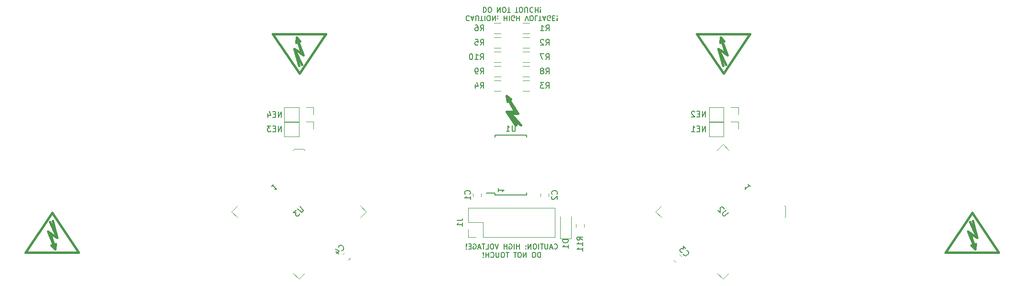
<source format=gbr>
G04 #@! TF.GenerationSoftware,KiCad,Pcbnew,(5.1.0-0)*
G04 #@! TF.CreationDate,2019-05-22T01:12:31-05:00*
G04 #@! TF.ProjectId,IN-18,494e2d31-382e-46b6-9963-61645f706362,rev?*
G04 #@! TF.SameCoordinates,Original*
G04 #@! TF.FileFunction,Legend,Bot*
G04 #@! TF.FilePolarity,Positive*
%FSLAX46Y46*%
G04 Gerber Fmt 4.6, Leading zero omitted, Abs format (unit mm)*
G04 Created by KiCad (PCBNEW (5.1.0-0)) date 2019-05-22 01:12:31*
%MOMM*%
%LPD*%
G04 APERTURE LIST*
%ADD10C,0.152400*%
%ADD11C,0.150000*%
%ADD12C,0.120000*%
%ADD13C,0.381000*%
G04 APERTURE END LIST*
D10*
X141228233Y-79140050D02*
X141185900Y-79097716D01*
X141058900Y-79055383D01*
X140974233Y-79055383D01*
X140847233Y-79097716D01*
X140762566Y-79182383D01*
X140720233Y-79267050D01*
X140677900Y-79436383D01*
X140677900Y-79563383D01*
X140720233Y-79732716D01*
X140762566Y-79817383D01*
X140847233Y-79902050D01*
X140974233Y-79944383D01*
X141058900Y-79944383D01*
X141185900Y-79902050D01*
X141228233Y-79859716D01*
X141566900Y-79309383D02*
X141990233Y-79309383D01*
X141482233Y-79055383D02*
X141778566Y-79944383D01*
X142074900Y-79055383D01*
X142371233Y-79944383D02*
X142371233Y-79224716D01*
X142413566Y-79140050D01*
X142455900Y-79097716D01*
X142540566Y-79055383D01*
X142709900Y-79055383D01*
X142794566Y-79097716D01*
X142836900Y-79140050D01*
X142879233Y-79224716D01*
X142879233Y-79944383D01*
X143175566Y-79944383D02*
X143683566Y-79944383D01*
X143429566Y-79055383D02*
X143429566Y-79944383D01*
X143979900Y-79055383D02*
X143979900Y-79944383D01*
X144572566Y-79944383D02*
X144741900Y-79944383D01*
X144826566Y-79902050D01*
X144911233Y-79817383D01*
X144953566Y-79648050D01*
X144953566Y-79351716D01*
X144911233Y-79182383D01*
X144826566Y-79097716D01*
X144741900Y-79055383D01*
X144572566Y-79055383D01*
X144487900Y-79097716D01*
X144403233Y-79182383D01*
X144360900Y-79351716D01*
X144360900Y-79648050D01*
X144403233Y-79817383D01*
X144487900Y-79902050D01*
X144572566Y-79944383D01*
X145334566Y-79055383D02*
X145334566Y-79944383D01*
X145842566Y-79055383D01*
X145842566Y-79944383D01*
X146265900Y-79140050D02*
X146308233Y-79097716D01*
X146265900Y-79055383D01*
X146223566Y-79097716D01*
X146265900Y-79140050D01*
X146265900Y-79055383D01*
X146265900Y-79605716D02*
X146308233Y-79563383D01*
X146265900Y-79521050D01*
X146223566Y-79563383D01*
X146265900Y-79605716D01*
X146265900Y-79521050D01*
X147366566Y-79055383D02*
X147366566Y-79944383D01*
X147366566Y-79521050D02*
X147874566Y-79521050D01*
X147874566Y-79055383D02*
X147874566Y-79944383D01*
X148297900Y-79055383D02*
X148297900Y-79944383D01*
X149186900Y-79902050D02*
X149102233Y-79944383D01*
X148975233Y-79944383D01*
X148848233Y-79902050D01*
X148763566Y-79817383D01*
X148721233Y-79732716D01*
X148678900Y-79563383D01*
X148678900Y-79436383D01*
X148721233Y-79267050D01*
X148763566Y-79182383D01*
X148848233Y-79097716D01*
X148975233Y-79055383D01*
X149059900Y-79055383D01*
X149186900Y-79097716D01*
X149229233Y-79140050D01*
X149229233Y-79436383D01*
X149059900Y-79436383D01*
X149610233Y-79055383D02*
X149610233Y-79944383D01*
X149610233Y-79521050D02*
X150118233Y-79521050D01*
X150118233Y-79055383D02*
X150118233Y-79944383D01*
X151091900Y-79944383D02*
X151388233Y-79055383D01*
X151684566Y-79944383D01*
X152150233Y-79944383D02*
X152319566Y-79944383D01*
X152404233Y-79902050D01*
X152488900Y-79817383D01*
X152531233Y-79648050D01*
X152531233Y-79351716D01*
X152488900Y-79182383D01*
X152404233Y-79097716D01*
X152319566Y-79055383D01*
X152150233Y-79055383D01*
X152065566Y-79097716D01*
X151980900Y-79182383D01*
X151938566Y-79351716D01*
X151938566Y-79648050D01*
X151980900Y-79817383D01*
X152065566Y-79902050D01*
X152150233Y-79944383D01*
X153335566Y-79055383D02*
X152912233Y-79055383D01*
X152912233Y-79944383D01*
X153504900Y-79944383D02*
X154012900Y-79944383D01*
X153758900Y-79055383D02*
X153758900Y-79944383D01*
X154266900Y-79309383D02*
X154690233Y-79309383D01*
X154182233Y-79055383D02*
X154478566Y-79944383D01*
X154774900Y-79055383D01*
X155536900Y-79902050D02*
X155452233Y-79944383D01*
X155325233Y-79944383D01*
X155198233Y-79902050D01*
X155113566Y-79817383D01*
X155071233Y-79732716D01*
X155028900Y-79563383D01*
X155028900Y-79436383D01*
X155071233Y-79267050D01*
X155113566Y-79182383D01*
X155198233Y-79097716D01*
X155325233Y-79055383D01*
X155409900Y-79055383D01*
X155536900Y-79097716D01*
X155579233Y-79140050D01*
X155579233Y-79436383D01*
X155409900Y-79436383D01*
X155960233Y-79521050D02*
X156256566Y-79521050D01*
X156383566Y-79055383D02*
X155960233Y-79055383D01*
X155960233Y-79944383D01*
X156383566Y-79944383D01*
X156764566Y-79140050D02*
X156806900Y-79097716D01*
X156764566Y-79055383D01*
X156722233Y-79097716D01*
X156764566Y-79140050D01*
X156764566Y-79055383D01*
X156764566Y-79394050D02*
X156722233Y-79902050D01*
X156764566Y-79944383D01*
X156806900Y-79902050D01*
X156764566Y-79394050D01*
X156764566Y-79944383D01*
X143704733Y-77569483D02*
X143704733Y-78458483D01*
X143916400Y-78458483D01*
X144043400Y-78416150D01*
X144128066Y-78331483D01*
X144170400Y-78246816D01*
X144212733Y-78077483D01*
X144212733Y-77950483D01*
X144170400Y-77781150D01*
X144128066Y-77696483D01*
X144043400Y-77611816D01*
X143916400Y-77569483D01*
X143704733Y-77569483D01*
X144763066Y-78458483D02*
X144932400Y-78458483D01*
X145017066Y-78416150D01*
X145101733Y-78331483D01*
X145144066Y-78162150D01*
X145144066Y-77865816D01*
X145101733Y-77696483D01*
X145017066Y-77611816D01*
X144932400Y-77569483D01*
X144763066Y-77569483D01*
X144678400Y-77611816D01*
X144593733Y-77696483D01*
X144551400Y-77865816D01*
X144551400Y-78162150D01*
X144593733Y-78331483D01*
X144678400Y-78416150D01*
X144763066Y-78458483D01*
X146202400Y-77569483D02*
X146202400Y-78458483D01*
X146710400Y-77569483D01*
X146710400Y-78458483D01*
X147303066Y-78458483D02*
X147472400Y-78458483D01*
X147557066Y-78416150D01*
X147641733Y-78331483D01*
X147684066Y-78162150D01*
X147684066Y-77865816D01*
X147641733Y-77696483D01*
X147557066Y-77611816D01*
X147472400Y-77569483D01*
X147303066Y-77569483D01*
X147218400Y-77611816D01*
X147133733Y-77696483D01*
X147091400Y-77865816D01*
X147091400Y-78162150D01*
X147133733Y-78331483D01*
X147218400Y-78416150D01*
X147303066Y-78458483D01*
X147938066Y-78458483D02*
X148446066Y-78458483D01*
X148192066Y-77569483D02*
X148192066Y-78458483D01*
X149292733Y-78458483D02*
X149800733Y-78458483D01*
X149546733Y-77569483D02*
X149546733Y-78458483D01*
X150266400Y-78458483D02*
X150435733Y-78458483D01*
X150520400Y-78416150D01*
X150605066Y-78331483D01*
X150647400Y-78162150D01*
X150647400Y-77865816D01*
X150605066Y-77696483D01*
X150520400Y-77611816D01*
X150435733Y-77569483D01*
X150266400Y-77569483D01*
X150181733Y-77611816D01*
X150097066Y-77696483D01*
X150054733Y-77865816D01*
X150054733Y-78162150D01*
X150097066Y-78331483D01*
X150181733Y-78416150D01*
X150266400Y-78458483D01*
X151028400Y-78458483D02*
X151028400Y-77738816D01*
X151070733Y-77654150D01*
X151113066Y-77611816D01*
X151197733Y-77569483D01*
X151367066Y-77569483D01*
X151451733Y-77611816D01*
X151494066Y-77654150D01*
X151536400Y-77738816D01*
X151536400Y-78458483D01*
X152467733Y-77654150D02*
X152425400Y-77611816D01*
X152298400Y-77569483D01*
X152213733Y-77569483D01*
X152086733Y-77611816D01*
X152002066Y-77696483D01*
X151959733Y-77781150D01*
X151917400Y-77950483D01*
X151917400Y-78077483D01*
X151959733Y-78246816D01*
X152002066Y-78331483D01*
X152086733Y-78416150D01*
X152213733Y-78458483D01*
X152298400Y-78458483D01*
X152425400Y-78416150D01*
X152467733Y-78373816D01*
X152848733Y-77569483D02*
X152848733Y-78458483D01*
X152848733Y-78035150D02*
X153356733Y-78035150D01*
X153356733Y-77569483D02*
X153356733Y-78458483D01*
X153780066Y-77654150D02*
X153822400Y-77611816D01*
X153780066Y-77569483D01*
X153737733Y-77611816D01*
X153780066Y-77654150D01*
X153780066Y-77569483D01*
X153780066Y-77908150D02*
X153737733Y-78416150D01*
X153780066Y-78458483D01*
X153822400Y-78416150D01*
X153780066Y-77908150D01*
X153780066Y-78458483D01*
X156256566Y-120199150D02*
X156298900Y-120241483D01*
X156425900Y-120283816D01*
X156510566Y-120283816D01*
X156637566Y-120241483D01*
X156722233Y-120156816D01*
X156764566Y-120072150D01*
X156806900Y-119902816D01*
X156806900Y-119775816D01*
X156764566Y-119606483D01*
X156722233Y-119521816D01*
X156637566Y-119437150D01*
X156510566Y-119394816D01*
X156425900Y-119394816D01*
X156298900Y-119437150D01*
X156256566Y-119479483D01*
X155917900Y-120029816D02*
X155494566Y-120029816D01*
X156002566Y-120283816D02*
X155706233Y-119394816D01*
X155409900Y-120283816D01*
X155113566Y-119394816D02*
X155113566Y-120114483D01*
X155071233Y-120199150D01*
X155028900Y-120241483D01*
X154944233Y-120283816D01*
X154774900Y-120283816D01*
X154690233Y-120241483D01*
X154647900Y-120199150D01*
X154605566Y-120114483D01*
X154605566Y-119394816D01*
X154309233Y-119394816D02*
X153801233Y-119394816D01*
X154055233Y-120283816D02*
X154055233Y-119394816D01*
X153504900Y-120283816D02*
X153504900Y-119394816D01*
X152912233Y-119394816D02*
X152742900Y-119394816D01*
X152658233Y-119437150D01*
X152573566Y-119521816D01*
X152531233Y-119691150D01*
X152531233Y-119987483D01*
X152573566Y-120156816D01*
X152658233Y-120241483D01*
X152742900Y-120283816D01*
X152912233Y-120283816D01*
X152996900Y-120241483D01*
X153081566Y-120156816D01*
X153123900Y-119987483D01*
X153123900Y-119691150D01*
X153081566Y-119521816D01*
X152996900Y-119437150D01*
X152912233Y-119394816D01*
X152150233Y-120283816D02*
X152150233Y-119394816D01*
X151642233Y-120283816D01*
X151642233Y-119394816D01*
X151218900Y-120199150D02*
X151176566Y-120241483D01*
X151218900Y-120283816D01*
X151261233Y-120241483D01*
X151218900Y-120199150D01*
X151218900Y-120283816D01*
X151218900Y-119733483D02*
X151176566Y-119775816D01*
X151218900Y-119818150D01*
X151261233Y-119775816D01*
X151218900Y-119733483D01*
X151218900Y-119818150D01*
X150118233Y-120283816D02*
X150118233Y-119394816D01*
X150118233Y-119818150D02*
X149610233Y-119818150D01*
X149610233Y-120283816D02*
X149610233Y-119394816D01*
X149186899Y-120283816D02*
X149186899Y-119394816D01*
X148297899Y-119437150D02*
X148382566Y-119394816D01*
X148509566Y-119394816D01*
X148636566Y-119437150D01*
X148721233Y-119521816D01*
X148763566Y-119606483D01*
X148805899Y-119775816D01*
X148805899Y-119902816D01*
X148763566Y-120072150D01*
X148721233Y-120156816D01*
X148636566Y-120241483D01*
X148509566Y-120283816D01*
X148424899Y-120283816D01*
X148297899Y-120241483D01*
X148255566Y-120199150D01*
X148255566Y-119902816D01*
X148424899Y-119902816D01*
X147874566Y-120283816D02*
X147874566Y-119394816D01*
X147874566Y-119818150D02*
X147366566Y-119818150D01*
X147366566Y-120283816D02*
X147366566Y-119394816D01*
X146392899Y-119394816D02*
X146096566Y-120283816D01*
X145800233Y-119394816D01*
X145334566Y-119394816D02*
X145165233Y-119394816D01*
X145080566Y-119437150D01*
X144995899Y-119521816D01*
X144953566Y-119691150D01*
X144953566Y-119987483D01*
X144995899Y-120156816D01*
X145080566Y-120241483D01*
X145165233Y-120283816D01*
X145334566Y-120283816D01*
X145419233Y-120241483D01*
X145503899Y-120156816D01*
X145546233Y-119987483D01*
X145546233Y-119691150D01*
X145503899Y-119521816D01*
X145419233Y-119437150D01*
X145334566Y-119394816D01*
X144149233Y-120283816D02*
X144572566Y-120283816D01*
X144572566Y-119394816D01*
X143979899Y-119394816D02*
X143471899Y-119394816D01*
X143725899Y-120283816D02*
X143725899Y-119394816D01*
X143217899Y-120029816D02*
X142794566Y-120029816D01*
X143302566Y-120283816D02*
X143006233Y-119394816D01*
X142709899Y-120283816D01*
X141947899Y-119437150D02*
X142032566Y-119394816D01*
X142159566Y-119394816D01*
X142286566Y-119437150D01*
X142371233Y-119521816D01*
X142413566Y-119606483D01*
X142455899Y-119775816D01*
X142455899Y-119902816D01*
X142413566Y-120072150D01*
X142371233Y-120156816D01*
X142286566Y-120241483D01*
X142159566Y-120283816D01*
X142074899Y-120283816D01*
X141947899Y-120241483D01*
X141905566Y-120199150D01*
X141905566Y-119902816D01*
X142074899Y-119902816D01*
X141524566Y-119818150D02*
X141228233Y-119818150D01*
X141101233Y-120283816D02*
X141524566Y-120283816D01*
X141524566Y-119394816D01*
X141101233Y-119394816D01*
X140720233Y-120199150D02*
X140677899Y-120241483D01*
X140720233Y-120283816D01*
X140762566Y-120241483D01*
X140720233Y-120199150D01*
X140720233Y-120283816D01*
X140720233Y-119945150D02*
X140762566Y-119437150D01*
X140720233Y-119394816D01*
X140677899Y-119437150D01*
X140720233Y-119945150D01*
X140720233Y-119394816D01*
X153780066Y-121769716D02*
X153780066Y-120880716D01*
X153568400Y-120880716D01*
X153441400Y-120923050D01*
X153356733Y-121007716D01*
X153314400Y-121092383D01*
X153272066Y-121261716D01*
X153272066Y-121388716D01*
X153314400Y-121558050D01*
X153356733Y-121642716D01*
X153441400Y-121727383D01*
X153568400Y-121769716D01*
X153780066Y-121769716D01*
X152721733Y-120880716D02*
X152552400Y-120880716D01*
X152467733Y-120923050D01*
X152383066Y-121007716D01*
X152340733Y-121177050D01*
X152340733Y-121473383D01*
X152383066Y-121642716D01*
X152467733Y-121727383D01*
X152552400Y-121769716D01*
X152721733Y-121769716D01*
X152806400Y-121727383D01*
X152891066Y-121642716D01*
X152933400Y-121473383D01*
X152933400Y-121177050D01*
X152891066Y-121007716D01*
X152806400Y-120923050D01*
X152721733Y-120880716D01*
X151282400Y-121769716D02*
X151282400Y-120880716D01*
X150774400Y-121769716D01*
X150774400Y-120880716D01*
X150181733Y-120880716D02*
X150012400Y-120880716D01*
X149927733Y-120923050D01*
X149843066Y-121007716D01*
X149800733Y-121177050D01*
X149800733Y-121473383D01*
X149843066Y-121642716D01*
X149927733Y-121727383D01*
X150012400Y-121769716D01*
X150181733Y-121769716D01*
X150266400Y-121727383D01*
X150351066Y-121642716D01*
X150393400Y-121473383D01*
X150393400Y-121177050D01*
X150351066Y-121007716D01*
X150266400Y-120923050D01*
X150181733Y-120880716D01*
X149546733Y-120880716D02*
X149038733Y-120880716D01*
X149292733Y-121769716D02*
X149292733Y-120880716D01*
X148192066Y-120880716D02*
X147684066Y-120880716D01*
X147938066Y-121769716D02*
X147938066Y-120880716D01*
X147218400Y-120880716D02*
X147049066Y-120880716D01*
X146964400Y-120923050D01*
X146879733Y-121007716D01*
X146837400Y-121177050D01*
X146837400Y-121473383D01*
X146879733Y-121642716D01*
X146964400Y-121727383D01*
X147049066Y-121769716D01*
X147218400Y-121769716D01*
X147303066Y-121727383D01*
X147387733Y-121642716D01*
X147430066Y-121473383D01*
X147430066Y-121177050D01*
X147387733Y-121007716D01*
X147303066Y-120923050D01*
X147218400Y-120880716D01*
X146456400Y-120880716D02*
X146456400Y-121600383D01*
X146414066Y-121685050D01*
X146371733Y-121727383D01*
X146287066Y-121769716D01*
X146117733Y-121769716D01*
X146033066Y-121727383D01*
X145990733Y-121685050D01*
X145948400Y-121600383D01*
X145948400Y-120880716D01*
X145017066Y-121685050D02*
X145059400Y-121727383D01*
X145186400Y-121769716D01*
X145271066Y-121769716D01*
X145398066Y-121727383D01*
X145482733Y-121642716D01*
X145525066Y-121558050D01*
X145567400Y-121388716D01*
X145567400Y-121261716D01*
X145525066Y-121092383D01*
X145482733Y-121007716D01*
X145398066Y-120923050D01*
X145271066Y-120880716D01*
X145186400Y-120880716D01*
X145059400Y-120923050D01*
X145017066Y-120965383D01*
X144636066Y-121769716D02*
X144636066Y-120880716D01*
X144636066Y-121304050D02*
X144128066Y-121304050D01*
X144128066Y-121769716D02*
X144128066Y-120880716D01*
X143704733Y-121685050D02*
X143662400Y-121727383D01*
X143704733Y-121769716D01*
X143747066Y-121727383D01*
X143704733Y-121685050D01*
X143704733Y-121769716D01*
X143704733Y-121431050D02*
X143747066Y-120923050D01*
X143704733Y-120880716D01*
X143662400Y-120923050D01*
X143704733Y-121431050D01*
X143704733Y-120880716D01*
D11*
X146359619Y-109569285D02*
X146359619Y-110140714D01*
X146359619Y-109855000D02*
X147359619Y-109855000D01*
X147216761Y-109950238D01*
X147121523Y-110045476D01*
X147073904Y-110140714D01*
X190894912Y-109229148D02*
X190490851Y-108825087D01*
X190692881Y-109027118D02*
X189985774Y-109734225D01*
X190019446Y-109565866D01*
X190019446Y-109431179D01*
X189985774Y-109330164D01*
X106689148Y-108825087D02*
X106285087Y-109229148D01*
X106487118Y-109027118D02*
X107194225Y-109734225D01*
X107025866Y-109700553D01*
X106891179Y-109700553D01*
X106790164Y-109734225D01*
D12*
X113725000Y-96520000D02*
X113725000Y-95190000D01*
X113725000Y-95190000D02*
X112395000Y-95190000D01*
X111125000Y-95190000D02*
X108525000Y-95190000D01*
X108525000Y-97850000D02*
X108525000Y-95190000D01*
X111125000Y-97850000D02*
X108525000Y-97850000D01*
X111125000Y-97850000D02*
X111125000Y-95190000D01*
X113725000Y-99060000D02*
X113725000Y-97730000D01*
X113725000Y-97730000D02*
X112395000Y-97730000D01*
X111125000Y-97730000D02*
X108525000Y-97730000D01*
X108525000Y-100390000D02*
X108525000Y-97730000D01*
X111125000Y-100390000D02*
X108525000Y-100390000D01*
X111125000Y-100390000D02*
X111125000Y-97730000D01*
X188782000Y-96520000D02*
X188782000Y-95190000D01*
X188782000Y-95190000D02*
X187452000Y-95190000D01*
X186182000Y-95190000D02*
X183582000Y-95190000D01*
X183582000Y-97850000D02*
X183582000Y-95190000D01*
X186182000Y-97850000D02*
X183582000Y-97850000D01*
X186182000Y-97850000D02*
X186182000Y-95190000D01*
X188782000Y-99060000D02*
X188782000Y-97730000D01*
X188782000Y-97730000D02*
X187452000Y-97730000D01*
X186182000Y-97730000D02*
X183582000Y-97730000D01*
X183582000Y-100390000D02*
X183582000Y-97730000D01*
X186182000Y-100390000D02*
X183582000Y-100390000D01*
X186182000Y-100390000D02*
X186182000Y-97730000D01*
X141037000Y-116840000D02*
X141037000Y-118170000D01*
X141037000Y-118170000D02*
X142367000Y-118170000D01*
X141037000Y-115570000D02*
X143637000Y-115570000D01*
X143637000Y-115570000D02*
X143637000Y-118170000D01*
X143637000Y-118170000D02*
X156397000Y-118170000D01*
X156397000Y-112970000D02*
X156397000Y-118170000D01*
X141037000Y-112970000D02*
X156397000Y-112970000D01*
X141037000Y-112970000D02*
X141037000Y-115570000D01*
X160097400Y-116438178D02*
X160097400Y-115921022D01*
X161517400Y-116438178D02*
X161517400Y-115921022D01*
X159267400Y-118429600D02*
X159267400Y-114529600D01*
X157267400Y-118429600D02*
X157267400Y-114529600D01*
X159267400Y-118429600D02*
X157267400Y-118429600D01*
D13*
X230570240Y-120284240D02*
X229371360Y-117185440D01*
X229371360Y-117185440D02*
X229970800Y-117584220D01*
X230971560Y-118285260D02*
X229671080Y-115483640D01*
X230570240Y-120284240D02*
X229970800Y-119585740D01*
X230171460Y-115285520D02*
X230971560Y-118285260D01*
X230971560Y-118285260D02*
X229772680Y-117485160D01*
X229772680Y-117485160D02*
X230570240Y-120284240D01*
X230570240Y-120284240D02*
X230671840Y-119385080D01*
X230072400Y-113893600D02*
X225373400Y-120878600D01*
X225373400Y-120878600D02*
X234771400Y-120878600D01*
X234771400Y-120878600D02*
X230072400Y-113893600D01*
X72211400Y-120878600D02*
X67512400Y-113893600D01*
X62813400Y-120878600D02*
X72211400Y-120878600D01*
X67512400Y-113893600D02*
X62813400Y-120878600D01*
X68010240Y-120284240D02*
X68111840Y-119385080D01*
X67212680Y-117485160D02*
X68010240Y-120284240D01*
X68411560Y-118285260D02*
X67212680Y-117485160D01*
X67611460Y-115285520D02*
X68411560Y-118285260D01*
X68010240Y-120284240D02*
X67410800Y-119585740D01*
X68411560Y-118285260D02*
X67111080Y-115483640D01*
X66811360Y-117185440D02*
X67410800Y-117584220D01*
X68010240Y-120284240D02*
X66811360Y-117185440D01*
X149604400Y-98018600D02*
X148207400Y-96113600D01*
X148207400Y-96113600D02*
X149477400Y-96113600D01*
X147953400Y-94208600D02*
X147826400Y-93192600D01*
X147826400Y-93192600D02*
X148588400Y-93827600D01*
X148588400Y-93827600D02*
X148080400Y-93573600D01*
X148080400Y-93573600D02*
X149858400Y-96367600D01*
X149858400Y-96367600D02*
X148588400Y-96367600D01*
X148588400Y-96367600D02*
X150366400Y-98399600D01*
X150366400Y-98399600D02*
X149604400Y-97891600D01*
X149604400Y-97891600D02*
X149477400Y-98399600D01*
X149350400Y-98272600D02*
X147826400Y-95986600D01*
X147826400Y-95986600D02*
X149223400Y-95986600D01*
X149223400Y-95986600D02*
X148080400Y-93700600D01*
X148080400Y-93700600D02*
X147953400Y-94208600D01*
X110729560Y-82864960D02*
X111928440Y-85963760D01*
X111928440Y-85963760D02*
X111329000Y-85564980D01*
X110328240Y-84863940D02*
X111628720Y-87665560D01*
X110729560Y-82864960D02*
X111329000Y-83563460D01*
X111128340Y-87863680D02*
X110328240Y-84863940D01*
X110328240Y-84863940D02*
X111527120Y-85664040D01*
X111527120Y-85664040D02*
X110729560Y-82864960D01*
X110729560Y-82864960D02*
X110627960Y-83764120D01*
X111227400Y-89255600D02*
X115926400Y-82270600D01*
X115926400Y-82270600D02*
X106528400Y-82270600D01*
X106528400Y-82270600D02*
X111227400Y-89255600D01*
X181458400Y-82270600D02*
X186157400Y-89255600D01*
X190856400Y-82270600D02*
X181458400Y-82270600D01*
X186157400Y-89255600D02*
X190856400Y-82270600D01*
X185659560Y-82864960D02*
X185557960Y-83764120D01*
X186457120Y-85664040D02*
X185659560Y-82864960D01*
X185258240Y-84863940D02*
X186457120Y-85664040D01*
X186058340Y-87863680D02*
X185258240Y-84863940D01*
X185659560Y-82864960D02*
X186259000Y-83563460D01*
X185258240Y-84863940D02*
X186558720Y-87665560D01*
X186858440Y-85963760D02*
X186259000Y-85564980D01*
X185659560Y-82864960D02*
X186858440Y-85963760D01*
D12*
X111956005Y-102612227D02*
X112180781Y-102837003D01*
X110293995Y-102612227D02*
X111956005Y-102612227D01*
X110069219Y-102837003D02*
X110293995Y-102612227D01*
X111125000Y-125548778D02*
X110069219Y-124492997D01*
X112180781Y-124492997D02*
X111125000Y-125548778D01*
X123008778Y-113665000D02*
X121952997Y-112609219D01*
X121952997Y-114720781D02*
X123008778Y-113665000D01*
X99241222Y-113665000D02*
X100297003Y-114720781D01*
X100297003Y-112609219D02*
X99241222Y-113665000D01*
X141911000Y-110485422D02*
X141911000Y-111002578D01*
X143331000Y-110485422D02*
X143331000Y-111002578D01*
X153849000Y-110485422D02*
X153849000Y-111002578D01*
X155269000Y-110485422D02*
X155269000Y-111002578D01*
X177734796Y-122604888D02*
X177369112Y-122239204D01*
X178738888Y-121600796D02*
X178373204Y-121235112D01*
X119187796Y-120854112D02*
X118822112Y-121219796D01*
X120191888Y-121858204D02*
X119826204Y-122223888D01*
X187110781Y-102837003D02*
X186055000Y-101781222D01*
X186055000Y-101781222D02*
X184999219Y-102837003D01*
X184999219Y-124492997D02*
X186055000Y-125548778D01*
X186055000Y-125548778D02*
X187110781Y-124492997D01*
X175227003Y-114720781D02*
X174171222Y-113665000D01*
X174171222Y-113665000D02*
X175227003Y-112609219D01*
X196882997Y-112609219D02*
X197107773Y-112833995D01*
X197107773Y-112833995D02*
X197107773Y-114496005D01*
X197107773Y-114496005D02*
X196882997Y-114720781D01*
D11*
X145815000Y-110410000D02*
X144290000Y-110410000D01*
X145815000Y-100135000D02*
X151365000Y-100135000D01*
X145815000Y-110685000D02*
X151365000Y-110685000D01*
X145815000Y-100135000D02*
X145815000Y-100490000D01*
X151365000Y-100135000D02*
X151365000Y-100490000D01*
X151365000Y-110685000D02*
X151365000Y-110330000D01*
X145815000Y-110685000D02*
X145815000Y-110410000D01*
D12*
X145600336Y-87244600D02*
X146804464Y-87244600D01*
X145600336Y-85424600D02*
X146804464Y-85424600D01*
X151884464Y-87964600D02*
X150680336Y-87964600D01*
X151884464Y-89784600D02*
X150680336Y-89784600D01*
X145600336Y-80344600D02*
X146804464Y-80344600D01*
X145600336Y-82164600D02*
X146804464Y-82164600D01*
X145600336Y-84704600D02*
X146804464Y-84704600D01*
X145600336Y-82884600D02*
X146804464Y-82884600D01*
X145600336Y-90504600D02*
X146804464Y-90504600D01*
X145600336Y-92324600D02*
X146804464Y-92324600D01*
X151884464Y-85450000D02*
X150680336Y-85450000D01*
X151884464Y-87270000D02*
X150680336Y-87270000D01*
X145600336Y-87964600D02*
X146804464Y-87964600D01*
X145600336Y-89784600D02*
X146804464Y-89784600D01*
X151884464Y-90504600D02*
X150680336Y-90504600D01*
X151884464Y-92324600D02*
X150680336Y-92324600D01*
X151884464Y-84730000D02*
X150680336Y-84730000D01*
X151884464Y-82910000D02*
X150680336Y-82910000D01*
X151884464Y-80344600D02*
X150680336Y-80344600D01*
X151884464Y-82164600D02*
X150680336Y-82164600D01*
D11*
X108046685Y-96972380D02*
X108046685Y-95972380D01*
X107475257Y-96972380D01*
X107475257Y-95972380D01*
X106999066Y-96448571D02*
X106665733Y-96448571D01*
X106522876Y-96972380D02*
X106999066Y-96972380D01*
X106999066Y-95972380D01*
X106522876Y-95972380D01*
X105665733Y-96305714D02*
X105665733Y-96972380D01*
X105903828Y-95924761D02*
X106141923Y-96639047D01*
X105522876Y-96639047D01*
X108046685Y-99512380D02*
X108046685Y-98512380D01*
X107475257Y-99512380D01*
X107475257Y-98512380D01*
X106999066Y-98988571D02*
X106665733Y-98988571D01*
X106522876Y-99512380D02*
X106999066Y-99512380D01*
X106999066Y-98512380D01*
X106522876Y-98512380D01*
X106189542Y-98512380D02*
X105570495Y-98512380D01*
X105903828Y-98893333D01*
X105760971Y-98893333D01*
X105665733Y-98940952D01*
X105618114Y-98988571D01*
X105570495Y-99083809D01*
X105570495Y-99321904D01*
X105618114Y-99417142D01*
X105665733Y-99464761D01*
X105760971Y-99512380D01*
X106046685Y-99512380D01*
X106141923Y-99464761D01*
X106189542Y-99417142D01*
X182976685Y-96946980D02*
X182976685Y-95946980D01*
X182405257Y-96946980D01*
X182405257Y-95946980D01*
X181929066Y-96423171D02*
X181595733Y-96423171D01*
X181452876Y-96946980D02*
X181929066Y-96946980D01*
X181929066Y-95946980D01*
X181452876Y-95946980D01*
X181071923Y-96042219D02*
X181024304Y-95994600D01*
X180929066Y-95946980D01*
X180690971Y-95946980D01*
X180595733Y-95994600D01*
X180548114Y-96042219D01*
X180500495Y-96137457D01*
X180500495Y-96232695D01*
X180548114Y-96375552D01*
X181119542Y-96946980D01*
X180500495Y-96946980D01*
X182976685Y-99512380D02*
X182976685Y-98512380D01*
X182405257Y-99512380D01*
X182405257Y-98512380D01*
X181929066Y-98988571D02*
X181595733Y-98988571D01*
X181452876Y-99512380D02*
X181929066Y-99512380D01*
X181929066Y-98512380D01*
X181452876Y-98512380D01*
X180500495Y-99512380D02*
X181071923Y-99512380D01*
X180786209Y-99512380D02*
X180786209Y-98512380D01*
X180881447Y-98655238D01*
X180976685Y-98750476D01*
X181071923Y-98798095D01*
X139049380Y-115236666D02*
X139763666Y-115236666D01*
X139906523Y-115189047D01*
X140001761Y-115093809D01*
X140049380Y-114950952D01*
X140049380Y-114855714D01*
X140049380Y-116236666D02*
X140049380Y-115665238D01*
X140049380Y-115950952D02*
X139049380Y-115950952D01*
X139192238Y-115855714D01*
X139287476Y-115760476D01*
X139335095Y-115665238D01*
X161259780Y-118711742D02*
X160783590Y-118378409D01*
X161259780Y-118140314D02*
X160259780Y-118140314D01*
X160259780Y-118521266D01*
X160307400Y-118616504D01*
X160355019Y-118664123D01*
X160450257Y-118711742D01*
X160593114Y-118711742D01*
X160688352Y-118664123D01*
X160735971Y-118616504D01*
X160783590Y-118521266D01*
X160783590Y-118140314D01*
X161259780Y-119664123D02*
X161259780Y-119092695D01*
X161259780Y-119378409D02*
X160259780Y-119378409D01*
X160402638Y-119283171D01*
X160497876Y-119187933D01*
X160545495Y-119092695D01*
X161259780Y-120616504D02*
X161259780Y-120045076D01*
X161259780Y-120330790D02*
X160259780Y-120330790D01*
X160402638Y-120235552D01*
X160497876Y-120140314D01*
X160545495Y-120045076D01*
X158719780Y-118616504D02*
X157719780Y-118616504D01*
X157719780Y-118854600D01*
X157767400Y-118997457D01*
X157862638Y-119092695D01*
X157957876Y-119140314D01*
X158148352Y-119187933D01*
X158291209Y-119187933D01*
X158481685Y-119140314D01*
X158576923Y-119092695D01*
X158672161Y-118997457D01*
X158719780Y-118854600D01*
X158719780Y-118616504D01*
X158719780Y-120140314D02*
X158719780Y-119568885D01*
X158719780Y-119854600D02*
X157719780Y-119854600D01*
X157862638Y-119759361D01*
X157957876Y-119664123D01*
X158005495Y-119568885D01*
X111276522Y-112739026D02*
X111848942Y-113311446D01*
X111882614Y-113412461D01*
X111882614Y-113479805D01*
X111848942Y-113580820D01*
X111714255Y-113715507D01*
X111613240Y-113749179D01*
X111545896Y-113749179D01*
X111444881Y-113715507D01*
X110872461Y-113143087D01*
X110603087Y-113412461D02*
X110165355Y-113850194D01*
X110670431Y-113883866D01*
X110569416Y-113984881D01*
X110535744Y-114085896D01*
X110535744Y-114153240D01*
X110569416Y-114254255D01*
X110737774Y-114422614D01*
X110838790Y-114456286D01*
X110906133Y-114456286D01*
X111007148Y-114422614D01*
X111209179Y-114220583D01*
X111242851Y-114119568D01*
X111242851Y-114052225D01*
X141328142Y-110577333D02*
X141375761Y-110529714D01*
X141423380Y-110386857D01*
X141423380Y-110291619D01*
X141375761Y-110148761D01*
X141280523Y-110053523D01*
X141185285Y-110005904D01*
X140994809Y-109958285D01*
X140851952Y-109958285D01*
X140661476Y-110005904D01*
X140566238Y-110053523D01*
X140471000Y-110148761D01*
X140423380Y-110291619D01*
X140423380Y-110386857D01*
X140471000Y-110529714D01*
X140518619Y-110577333D01*
X141423380Y-111529714D02*
X141423380Y-110958285D01*
X141423380Y-111244000D02*
X140423380Y-111244000D01*
X140566238Y-111148761D01*
X140661476Y-111053523D01*
X140709095Y-110958285D01*
X156694142Y-110577333D02*
X156741761Y-110529714D01*
X156789380Y-110386857D01*
X156789380Y-110291619D01*
X156741761Y-110148761D01*
X156646523Y-110053523D01*
X156551285Y-110005904D01*
X156360809Y-109958285D01*
X156217952Y-109958285D01*
X156027476Y-110005904D01*
X155932238Y-110053523D01*
X155837000Y-110148761D01*
X155789380Y-110291619D01*
X155789380Y-110386857D01*
X155837000Y-110529714D01*
X155884619Y-110577333D01*
X155884619Y-110958285D02*
X155837000Y-111005904D01*
X155789380Y-111101142D01*
X155789380Y-111339238D01*
X155837000Y-111434476D01*
X155884619Y-111482095D01*
X155979857Y-111529714D01*
X156075095Y-111529714D01*
X156217952Y-111482095D01*
X156789380Y-110910666D01*
X156789380Y-111529714D01*
X179086038Y-121123663D02*
X179086038Y-121191006D01*
X179153382Y-121325693D01*
X179220726Y-121393037D01*
X179355413Y-121460380D01*
X179490100Y-121460380D01*
X179591115Y-121426709D01*
X179759474Y-121325693D01*
X179860489Y-121224678D01*
X179961504Y-121056319D01*
X179995176Y-120955304D01*
X179995176Y-120820617D01*
X179927832Y-120685930D01*
X179860489Y-120618586D01*
X179725802Y-120551243D01*
X179658458Y-120551243D01*
X179490100Y-120248197D02*
X179052367Y-119810464D01*
X179018695Y-120315541D01*
X178917680Y-120214525D01*
X178816664Y-120180854D01*
X178749321Y-120180854D01*
X178648306Y-120214525D01*
X178479947Y-120382884D01*
X178446275Y-120483899D01*
X178446275Y-120551243D01*
X178479947Y-120652258D01*
X178681977Y-120854289D01*
X178782993Y-120887961D01*
X178850336Y-120887961D01*
X118710663Y-120506961D02*
X118778006Y-120506961D01*
X118912693Y-120439617D01*
X118980037Y-120372274D01*
X119047380Y-120237586D01*
X119047380Y-120102899D01*
X119013709Y-120001884D01*
X118912693Y-119833525D01*
X118811678Y-119732510D01*
X118643319Y-119631495D01*
X118542304Y-119597823D01*
X118407617Y-119597823D01*
X118272930Y-119665167D01*
X118205586Y-119732510D01*
X118138243Y-119867197D01*
X118138243Y-119934541D01*
X117700510Y-120708991D02*
X118171915Y-121180396D01*
X117599495Y-120271258D02*
X118272930Y-120607976D01*
X117835197Y-121045709D01*
X186980973Y-113816522D02*
X186408553Y-114388942D01*
X186307538Y-114422614D01*
X186240194Y-114422614D01*
X186139179Y-114388942D01*
X186004492Y-114254255D01*
X185970820Y-114153240D01*
X185970820Y-114085896D01*
X186004492Y-113984881D01*
X186576912Y-113412461D01*
X186206522Y-113176759D02*
X186206522Y-113109416D01*
X186172851Y-113008400D01*
X186004492Y-112840042D01*
X185903477Y-112806370D01*
X185836133Y-112806370D01*
X185735118Y-112840042D01*
X185667774Y-112907385D01*
X185600431Y-113042072D01*
X185600431Y-113850194D01*
X185162698Y-113412461D01*
X149351904Y-98486980D02*
X149351904Y-99296504D01*
X149304285Y-99391742D01*
X149256666Y-99439361D01*
X149161428Y-99486980D01*
X148970952Y-99486980D01*
X148875714Y-99439361D01*
X148828095Y-99391742D01*
X148780476Y-99296504D01*
X148780476Y-98486980D01*
X147780476Y-99486980D02*
X148351904Y-99486980D01*
X148066190Y-99486980D02*
X148066190Y-98486980D01*
X148161428Y-98629838D01*
X148256666Y-98725076D01*
X148351904Y-98772695D01*
X143162257Y-86786980D02*
X143495590Y-86310790D01*
X143733685Y-86786980D02*
X143733685Y-85786980D01*
X143352733Y-85786980D01*
X143257495Y-85834600D01*
X143209876Y-85882219D01*
X143162257Y-85977457D01*
X143162257Y-86120314D01*
X143209876Y-86215552D01*
X143257495Y-86263171D01*
X143352733Y-86310790D01*
X143733685Y-86310790D01*
X142209876Y-86786980D02*
X142781304Y-86786980D01*
X142495590Y-86786980D02*
X142495590Y-85786980D01*
X142590828Y-85929838D01*
X142686066Y-86025076D01*
X142781304Y-86072695D01*
X141590828Y-85786980D02*
X141495590Y-85786980D01*
X141400352Y-85834600D01*
X141352733Y-85882219D01*
X141305114Y-85977457D01*
X141257495Y-86167933D01*
X141257495Y-86406028D01*
X141305114Y-86596504D01*
X141352733Y-86691742D01*
X141400352Y-86739361D01*
X141495590Y-86786980D01*
X141590828Y-86786980D01*
X141686066Y-86739361D01*
X141733685Y-86691742D01*
X141781304Y-86596504D01*
X141828923Y-86406028D01*
X141828923Y-86167933D01*
X141781304Y-85977457D01*
X141733685Y-85882219D01*
X141686066Y-85834600D01*
X141590828Y-85786980D01*
X154751066Y-89326980D02*
X155084400Y-88850790D01*
X155322495Y-89326980D02*
X155322495Y-88326980D01*
X154941542Y-88326980D01*
X154846304Y-88374600D01*
X154798685Y-88422219D01*
X154751066Y-88517457D01*
X154751066Y-88660314D01*
X154798685Y-88755552D01*
X154846304Y-88803171D01*
X154941542Y-88850790D01*
X155322495Y-88850790D01*
X154179638Y-88755552D02*
X154274876Y-88707933D01*
X154322495Y-88660314D01*
X154370114Y-88565076D01*
X154370114Y-88517457D01*
X154322495Y-88422219D01*
X154274876Y-88374600D01*
X154179638Y-88326980D01*
X153989161Y-88326980D01*
X153893923Y-88374600D01*
X153846304Y-88422219D01*
X153798685Y-88517457D01*
X153798685Y-88565076D01*
X153846304Y-88660314D01*
X153893923Y-88707933D01*
X153989161Y-88755552D01*
X154179638Y-88755552D01*
X154274876Y-88803171D01*
X154322495Y-88850790D01*
X154370114Y-88946028D01*
X154370114Y-89136504D01*
X154322495Y-89231742D01*
X154274876Y-89279361D01*
X154179638Y-89326980D01*
X153989161Y-89326980D01*
X153893923Y-89279361D01*
X153846304Y-89231742D01*
X153798685Y-89136504D01*
X153798685Y-88946028D01*
X153846304Y-88850790D01*
X153893923Y-88803171D01*
X153989161Y-88755552D01*
X143194066Y-81706980D02*
X143527400Y-81230790D01*
X143765495Y-81706980D02*
X143765495Y-80706980D01*
X143384542Y-80706980D01*
X143289304Y-80754600D01*
X143241685Y-80802219D01*
X143194066Y-80897457D01*
X143194066Y-81040314D01*
X143241685Y-81135552D01*
X143289304Y-81183171D01*
X143384542Y-81230790D01*
X143765495Y-81230790D01*
X142336923Y-80706980D02*
X142527400Y-80706980D01*
X142622638Y-80754600D01*
X142670257Y-80802219D01*
X142765495Y-80945076D01*
X142813114Y-81135552D01*
X142813114Y-81516504D01*
X142765495Y-81611742D01*
X142717876Y-81659361D01*
X142622638Y-81706980D01*
X142432161Y-81706980D01*
X142336923Y-81659361D01*
X142289304Y-81611742D01*
X142241685Y-81516504D01*
X142241685Y-81278409D01*
X142289304Y-81183171D01*
X142336923Y-81135552D01*
X142432161Y-81087933D01*
X142622638Y-81087933D01*
X142717876Y-81135552D01*
X142765495Y-81183171D01*
X142813114Y-81278409D01*
X143194066Y-84246980D02*
X143527400Y-83770790D01*
X143765495Y-84246980D02*
X143765495Y-83246980D01*
X143384542Y-83246980D01*
X143289304Y-83294600D01*
X143241685Y-83342219D01*
X143194066Y-83437457D01*
X143194066Y-83580314D01*
X143241685Y-83675552D01*
X143289304Y-83723171D01*
X143384542Y-83770790D01*
X143765495Y-83770790D01*
X142289304Y-83246980D02*
X142765495Y-83246980D01*
X142813114Y-83723171D01*
X142765495Y-83675552D01*
X142670257Y-83627933D01*
X142432161Y-83627933D01*
X142336923Y-83675552D01*
X142289304Y-83723171D01*
X142241685Y-83818409D01*
X142241685Y-84056504D01*
X142289304Y-84151742D01*
X142336923Y-84199361D01*
X142432161Y-84246980D01*
X142670257Y-84246980D01*
X142765495Y-84199361D01*
X142813114Y-84151742D01*
X143194066Y-91866980D02*
X143527400Y-91390790D01*
X143765495Y-91866980D02*
X143765495Y-90866980D01*
X143384542Y-90866980D01*
X143289304Y-90914600D01*
X143241685Y-90962219D01*
X143194066Y-91057457D01*
X143194066Y-91200314D01*
X143241685Y-91295552D01*
X143289304Y-91343171D01*
X143384542Y-91390790D01*
X143765495Y-91390790D01*
X142336923Y-91200314D02*
X142336923Y-91866980D01*
X142575019Y-90819361D02*
X142813114Y-91533647D01*
X142194066Y-91533647D01*
X154751066Y-86786980D02*
X155084400Y-86310790D01*
X155322495Y-86786980D02*
X155322495Y-85786980D01*
X154941542Y-85786980D01*
X154846304Y-85834600D01*
X154798685Y-85882219D01*
X154751066Y-85977457D01*
X154751066Y-86120314D01*
X154798685Y-86215552D01*
X154846304Y-86263171D01*
X154941542Y-86310790D01*
X155322495Y-86310790D01*
X154417733Y-85786980D02*
X153751066Y-85786980D01*
X154179638Y-86786980D01*
X143194066Y-89326980D02*
X143527400Y-88850790D01*
X143765495Y-89326980D02*
X143765495Y-88326980D01*
X143384542Y-88326980D01*
X143289304Y-88374600D01*
X143241685Y-88422219D01*
X143194066Y-88517457D01*
X143194066Y-88660314D01*
X143241685Y-88755552D01*
X143289304Y-88803171D01*
X143384542Y-88850790D01*
X143765495Y-88850790D01*
X142717876Y-89326980D02*
X142527400Y-89326980D01*
X142432161Y-89279361D01*
X142384542Y-89231742D01*
X142289304Y-89088885D01*
X142241685Y-88898409D01*
X142241685Y-88517457D01*
X142289304Y-88422219D01*
X142336923Y-88374600D01*
X142432161Y-88326980D01*
X142622638Y-88326980D01*
X142717876Y-88374600D01*
X142765495Y-88422219D01*
X142813114Y-88517457D01*
X142813114Y-88755552D01*
X142765495Y-88850790D01*
X142717876Y-88898409D01*
X142622638Y-88946028D01*
X142432161Y-88946028D01*
X142336923Y-88898409D01*
X142289304Y-88850790D01*
X142241685Y-88755552D01*
X154751066Y-91866980D02*
X155084400Y-91390790D01*
X155322495Y-91866980D02*
X155322495Y-90866980D01*
X154941542Y-90866980D01*
X154846304Y-90914600D01*
X154798685Y-90962219D01*
X154751066Y-91057457D01*
X154751066Y-91200314D01*
X154798685Y-91295552D01*
X154846304Y-91343171D01*
X154941542Y-91390790D01*
X155322495Y-91390790D01*
X154417733Y-90866980D02*
X153798685Y-90866980D01*
X154132019Y-91247933D01*
X153989161Y-91247933D01*
X153893923Y-91295552D01*
X153846304Y-91343171D01*
X153798685Y-91438409D01*
X153798685Y-91676504D01*
X153846304Y-91771742D01*
X153893923Y-91819361D01*
X153989161Y-91866980D01*
X154274876Y-91866980D01*
X154370114Y-91819361D01*
X154417733Y-91771742D01*
X154751066Y-84246980D02*
X155084400Y-83770790D01*
X155322495Y-84246980D02*
X155322495Y-83246980D01*
X154941542Y-83246980D01*
X154846304Y-83294600D01*
X154798685Y-83342219D01*
X154751066Y-83437457D01*
X154751066Y-83580314D01*
X154798685Y-83675552D01*
X154846304Y-83723171D01*
X154941542Y-83770790D01*
X155322495Y-83770790D01*
X154370114Y-83342219D02*
X154322495Y-83294600D01*
X154227257Y-83246980D01*
X153989161Y-83246980D01*
X153893923Y-83294600D01*
X153846304Y-83342219D01*
X153798685Y-83437457D01*
X153798685Y-83532695D01*
X153846304Y-83675552D01*
X154417733Y-84246980D01*
X153798685Y-84246980D01*
X154751066Y-81706980D02*
X155084400Y-81230790D01*
X155322495Y-81706980D02*
X155322495Y-80706980D01*
X154941542Y-80706980D01*
X154846304Y-80754600D01*
X154798685Y-80802219D01*
X154751066Y-80897457D01*
X154751066Y-81040314D01*
X154798685Y-81135552D01*
X154846304Y-81183171D01*
X154941542Y-81230790D01*
X155322495Y-81230790D01*
X153798685Y-81706980D02*
X154370114Y-81706980D01*
X154084400Y-81706980D02*
X154084400Y-80706980D01*
X154179638Y-80849838D01*
X154274876Y-80945076D01*
X154370114Y-80992695D01*
M02*

</source>
